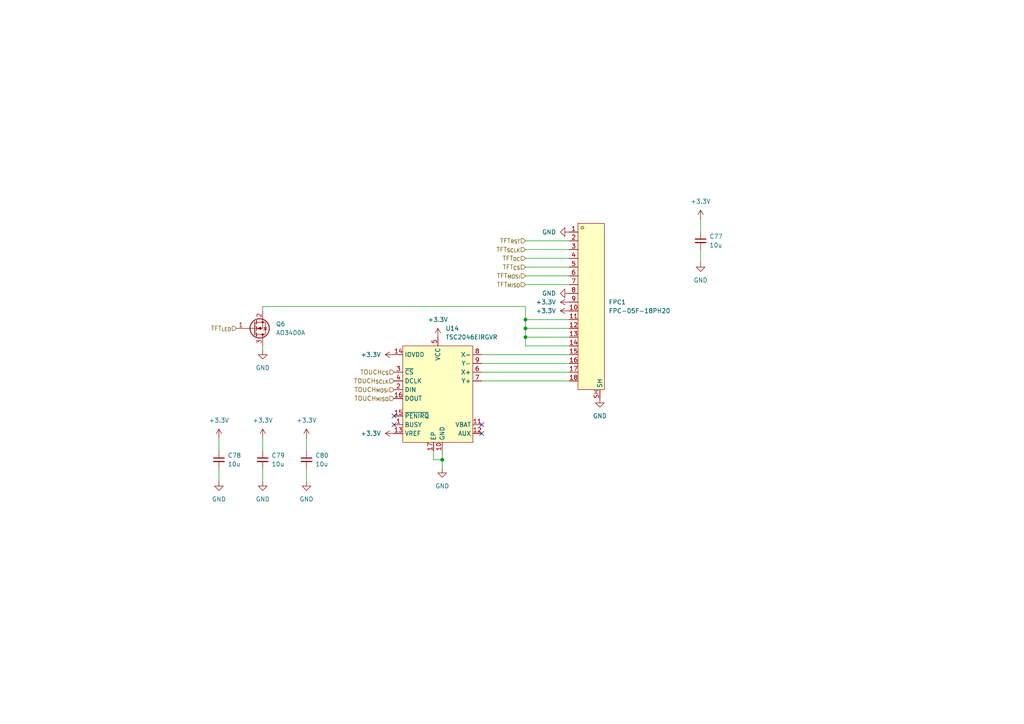
<source format=kicad_sch>
(kicad_sch (version 20231120) (generator "eeschema") (generator_version "8.0")
  (paper "A4")
  (lib_symbols
    (symbol "Device:C_Small" (pin_numbers hide) (pin_names (offset 0.254) hide)
      (property "Reference" "C" (at 0.254 1.778 0))
      (property "Value" "C_Small" (at 0.254 -2.032 0))
      (symbol "C_Small_0_1"
        (polyline (pts (xy -1.524 -0.508) (xy 1.524 -0.508)) (stroke (width 0.3302)))
        (polyline (pts (xy -1.524 0.508) (xy 1.524 0.508)) (stroke (width 0.3048)))
      )
      (symbol "C_Small_1_1"
        (pin passive line (at 0 2.54 270) (length 2.032) (name "~") (number "1"))
        (pin passive line (at 0 -2.54 90) (length 2.032) (name "~") (number "2"))
      )
    )
    (symbol "LCSC:FPC-05F-18PH20"
      (property "Reference" "FPC" (at 0 31.75 0))
      (property "Value" "FPC-05F-18PH20" (at 0 -31.75 0))
      (symbol "FPC-05F-18PH20_0_1"
        (rectangle (start -2.54 24.13) (end 5.08 -24.13) (fill (type background)))
        (circle (center -1.27 22.86) (radius 0.38))
      )
      (symbol "FPC-05F-18PH20_1_1"
        (pin passive line (at -5.08 21.59 0) (length 2.54) (name "") (number "1"))
        (pin passive line (at -5.08 -1.27 0) (length 2.54) (name "") (number "10"))
        (pin passive line (at -5.08 -3.81 0) (length 2.54) (name "") (number "11"))
        (pin passive line (at -5.08 -6.35 0) (length 2.54) (name "") (number "12"))
        (pin passive line (at -5.08 -8.89 0) (length 2.54) (name "") (number "13"))
        (pin passive line (at -5.08 -11.43 0) (length 2.54) (name "") (number "14"))
        (pin passive line (at -5.08 -13.97 0) (length 2.54) (name "") (number "15"))
        (pin passive line (at -5.08 -16.51 0) (length 2.54) (name "") (number "16"))
        (pin passive line (at -5.08 -19.05 0) (length 2.54) (name "") (number "17"))
        (pin passive line (at -5.08 -21.59 0) (length 2.54) (name "") (number "18"))
        (pin passive line (at -5.08 19.05 0) (length 2.54) (name "") (number "2"))
        (pin passive line (at -5.08 16.51 0) (length 2.54) (name "") (number "3"))
        (pin passive line (at -5.08 13.97 0) (length 2.54) (name "") (number "4"))
        (pin passive line (at -5.08 11.43 0) (length 2.54) (name "") (number "5"))
        (pin passive line (at -5.08 8.89 0) (length 2.54) (name "") (number "6"))
        (pin passive line (at -5.08 6.35 0) (length 2.54) (name "") (number "7"))
        (pin passive line (at -5.08 3.81 0) (length 2.54) (name "") (number "8"))
        (pin passive line (at -5.08 1.27 0) (length 2.54) (name "") (number "9"))
        (pin passive line (at 3.81 -26.67 90) (length 2.54) (name "SH") (number "SH"))
      )
    )
    (symbol "LCSC:TSC2046EIRGVR"
      (property "Reference" "U" (at 0 21.59 0))
      (property "Value" "TSC2046EIRGVR" (at 0 -30.48 0))
      (symbol "TSC2046EIRGVR_0_1"
        (rectangle (start -10.16 13.97) (end 10.16 -13.97) (fill (type background)))
      )
      (symbol "TSC2046EIRGVR_1_1"
        (pin output line (at -12.7 -8.89 0) (length 2.54) (name "BUSY") (number "1"))
        (pin power_in line (at 1.27 -16.51 90) (length 2.54) (name "GND") (number "10"))
        (pin input line (at 12.7 -8.89 180) (length 2.54) (name "VBAT") (number "11"))
        (pin input line (at 12.7 -11.43 180) (length 2.54) (name "AUX") (number "12"))
        (pin passive line (at -12.7 -11.43 0) (length 2.54) (name "VREF") (number "13"))
        (pin power_in line (at -12.7 11.43 0) (length 2.54) (name "IOVDD") (number "14"))
        (pin open_collector line (at -12.7 -6.35 0) (length 2.54) (name "~{PENIRQ}") (number "15"))
        (pin tri_state line (at -12.7 -1.27 0) (length 2.54) (name "DOUT") (number "16"))
        (pin passive line (at -1.27 -16.51 90) (length 2.54) (name "EP") (number "17"))
        (pin input line (at -12.7 1.27 0) (length 2.54) (name "DIN") (number "2"))
        (pin input line (at -12.7 6.35 0) (length 2.54) (name "~{CS}") (number "3"))
        (pin input line (at -12.7 3.81 0) (length 2.54) (name "DCLK") (number "4"))
        (pin power_in line (at 0 16.51 270) (length 2.54) (name "VCC") (number "5"))
        (pin input line (at 12.7 6.35 180) (length 2.54) (name "X+") (number "6"))
        (pin input line (at 12.7 3.81 180) (length 2.54) (name "Y+") (number "7"))
        (pin input line (at 12.7 11.43 180) (length 2.54) (name "X-") (number "8"))
        (pin input line (at 12.7 8.89 180) (length 2.54) (name "Y-") (number "9"))
      )
    )
    (symbol "Transistor_FET:AO3400A" (pin_names hide)
      (property "Reference" "Q" (at 5.08 1.905 0))
      (property "Value" "AO3400A" (at 5.08 0 0))
      (symbol "AO3400A_0_1"
        (polyline (pts (xy 0.254 0) (xy -2.54 0)))
        (polyline (pts (xy 0.254 1.905) (xy 0.254 -1.905)) (stroke (width 0.254)))
        (polyline (pts (xy 0.762 -1.27) (xy 0.762 -2.286)) (stroke (width 0.254)))
        (polyline (pts (xy 0.762 0.508) (xy 0.762 -0.508)) (stroke (width 0.254)))
        (polyline (pts (xy 0.762 2.286) (xy 0.762 1.27)) (stroke (width 0.254)))
        (polyline (pts (xy 2.54 2.54) (xy 2.54 1.778)))
        (polyline (pts (xy 2.54 -2.54) (xy 2.54 0) (xy 0.762 0)))
        (polyline (pts (xy 0.762 -1.778) (xy 3.302 -1.778) (xy 3.302 1.778) (xy 0.762 1.778)))
        (polyline (pts (xy 1.016 0) (xy 2.032 0.381) (xy 2.032 -0.381) (xy 1.016 0)) (fill (type outline)))
        (polyline (pts (xy 2.794 0.508) (xy 2.921 0.381) (xy 3.683 0.381) (xy 3.81 0.254)))
        (polyline (pts (xy 3.302 0.381) (xy 2.921 -0.254) (xy 3.683 -0.254) (xy 3.302 0.381)))
        (circle (center 1.651 0) (radius 2.794) (stroke (width 0.254)))
        (circle (center 2.54 -1.778) (radius 0.254) (fill (type outline)))
        (circle (center 2.54 1.778) (radius 0.254) (fill (type outline)))
      )
      (symbol "AO3400A_1_1"
        (pin input line (at -5.08 0 0) (length 2.54) (name "G") (number "1"))
        (pin passive line (at 2.54 -5.08 90) (length 2.54) (name "S") (number "2"))
        (pin passive line (at 2.54 5.08 270) (length 2.54) (name "D") (number "3"))
      )
    )
    (symbol "power:+3.3V" (power) (pin_numbers hide) (pin_names (offset 0) hide)
      (property "Value" "+3.3V" (at 0 3.556 0))
      (symbol "+3.3V_0_1"
        (polyline (pts (xy -0.762 1.27) (xy 0 2.54)))
        (polyline (pts (xy 0 0) (xy 0 2.54)))
        (polyline (pts (xy 0 2.54) (xy 0.762 1.27)))
      )
      (symbol "+3.3V_1_1"
        (pin power_in line (at 0 0 90) (length 0) (name "~") (number "1"))
      )
    )
    (symbol "power:GND" (power) (pin_numbers hide) (pin_names (offset 0) hide)
      (property "Value" "GND" (at 0 -3.81 0))
      (symbol "GND_0_1"
        (polyline (pts (xy 0 0) (xy 0 -1.27) (xy 1.27 -1.27) (xy 0 -2.54) (xy -1.27 -1.27) (xy 0 -1.27)))
      )
      (symbol "GND_1_1"
        (pin power_in line (at 0 0 270) (length 0) (name "~") (number "1"))
      )
    )
  )
  (junction (at 152.4 95.25))
  (junction (at 152.4 92.71))
  (junction (at 152.4 97.79))
  (junction (at 128.27 133.35))
  (no_connect (at 114.3 123.19))
  (no_connect (at 114.3 120.65))
  (no_connect (at 139.7 125.73))
  (no_connect (at 139.7 123.19))
  (wire (pts (xy 165.1 100.33) (xy 152.4 100.33)))
  (wire (pts (xy 152.4 92.71) (xy 152.4 95.25)))
  (wire (pts (xy 76.2 135.89) (xy 76.2 139.7)))
  (wire (pts (xy 152.4 92.71) (xy 165.1 92.71)))
  (wire (pts (xy 128.27 133.35) (xy 128.27 130.81)))
  (wire (pts (xy 152.4 100.33) (xy 152.4 97.79)))
  (wire (pts (xy 203.2 63.5) (xy 203.2 67.31)))
  (wire (pts (xy 152.4 69.85) (xy 165.1 69.85)))
  (wire (pts (xy 139.7 102.87) (xy 165.1 102.87)))
  (wire (pts (xy 88.9 127) (xy 88.9 130.81)))
  (wire (pts (xy 88.9 135.89) (xy 88.9 139.7)))
  (wire (pts (xy 76.2 100.33) (xy 76.2 101.6)))
  (wire (pts (xy 76.2 88.9) (xy 76.2 90.17)))
  (wire (pts (xy 125.73 130.81) (xy 125.73 133.35)))
  (wire (pts (xy 139.7 105.41) (xy 165.1 105.41)))
  (wire (pts (xy 152.4 77.47) (xy 165.1 77.47)))
  (wire (pts (xy 165.1 95.25) (xy 152.4 95.25)))
  (wire (pts (xy 63.5 127) (xy 63.5 130.81)))
  (wire (pts (xy 139.7 107.95) (xy 165.1 107.95)))
  (wire (pts (xy 152.4 97.79) (xy 152.4 95.25)))
  (wire (pts (xy 152.4 88.9) (xy 76.2 88.9)))
  (wire (pts (xy 76.2 127) (xy 76.2 130.81)))
  (wire (pts (xy 203.2 72.39) (xy 203.2 76.2)))
  (wire (pts (xy 128.27 135.89) (xy 128.27 133.35)))
  (wire (pts (xy 165.1 97.79) (xy 152.4 97.79)))
  (wire (pts (xy 63.5 135.89) (xy 63.5 139.7)))
  (wire (pts (xy 152.4 72.39) (xy 165.1 72.39)))
  (wire (pts (xy 139.7 110.49) (xy 165.1 110.49)))
  (wire (pts (xy 152.4 88.9) (xy 152.4 92.71)))
  (wire (pts (xy 152.4 82.55) (xy 165.1 82.55)))
  (wire (pts (xy 152.4 74.93) (xy 165.1 74.93)))
  (wire (pts (xy 152.4 80.01) (xy 165.1 80.01)))
  (wire (pts (xy 125.73 133.35) (xy 128.27 133.35)))
  (hierarchical_label "TFT_{CS}" (shape input) (at 152.4 77.47 180))
  (hierarchical_label "TFT_{RST}" (shape input) (at 152.4 69.85 180))
  (hierarchical_label "TFT_{DC}" (shape input) (at 152.4 74.93 180))
  (hierarchical_label "TOUCH_{MISO}" (shape input) (at 114.3 115.57 180))
  (hierarchical_label "TOUCH_{SCLK}" (shape input) (at 114.3 110.49 180))
  (hierarchical_label "TFT_{MISO}" (shape input) (at 152.4 82.55 180))
  (hierarchical_label "TFT_{LED}" (shape input) (at 68.58 95.25 180))
  (hierarchical_label "TOUCH_{CS}" (shape input) (at 114.3 107.95 180))
  (hierarchical_label "TFT_{MOSI}" (shape input) (at 152.4 80.01 180))
  (hierarchical_label "TOUCH_{MOSI}" (shape input) (at 114.3 113.03 180))
  (hierarchical_label "TFT_{SCLK}" (shape input) (at 152.4 72.39 180))
  (symbol (lib_id "power:+3.3V") (at 76.2 127 0) (unit 1)
    (property "Reference" "#PWR0123" (effects (hide yes)))
    (property "Value" "+3.3V" (at 76.2 121.92 0))
    (property "Description" "Power symbol creates a global label with name \"+3.3V\"" (effects (hide yes)))
  )
  (symbol (lib_id "power:+3.3V") (at 88.9 127 0) (unit 1)
    (property "Reference" "#PWR0124" (effects (hide yes)))
    (property "Value" "+3.3V" (at 88.9 121.92 0))
    (property "Description" "Power symbol creates a global label with name \"+3.3V\"" (effects (hide yes)))
  )
  (symbol (lib_id "Device:C_Small") (at 88.9 133.35 0) (mirror y) (unit 1)
    (property "Reference" "C80" (at 91.44 132.0863 0) (effects (justify right)))
    (property "Value" "10u" (at 91.44 134.6263 0) (effects (justify right)))
    (property "Footprint" "Capacitor_SMD:C_0402_1005Metric" (effects (hide yes)))
    (property "Description" "Unpolarized capacitor, small symbol" (effects (hide yes)))
    (property "LCSC Part" "C15525" (effects (hide yes)))
  )
  (symbol (lib_id "Device:C_Small") (at 63.5 133.35 0) (mirror y) (unit 1)
    (property "Reference" "C78" (at 66.04 132.0863 0) (effects (justify right)))
    (property "Value" "10u" (at 66.04 134.6263 0) (effects (justify right)))
    (property "Footprint" "Capacitor_SMD:C_0402_1005Metric" (effects (hide yes)))
    (property "Description" "Unpolarized capacitor, small symbol" (effects (hide yes)))
    (property "LCSC Part" "C15525" (effects (hide yes)))
  )
  (symbol (lib_id "power:+3.3V") (at 165.1 90.17 90) (unit 1)
    (property "Reference" "#PWR0116" (effects (hide yes)))
    (property "Value" "+3.3V" (at 161.29 90.17 90) (effects (justify left)))
    (property "Description" "Power symbol creates a global label with name \"+3.3V\"" (effects (hide yes)))
  )
  (symbol (lib_id "power:+3.3V") (at 63.5 127 0) (unit 1)
    (property "Reference" "#PWR0122" (effects (hide yes)))
    (property "Value" "+3.3V" (at 63.5 121.92 0))
    (property "Description" "Power symbol creates a global label with name \"+3.3V\"" (effects (hide yes)))
  )
  (symbol (lib_id "power:GND") (at 63.5 139.7 0) (unit 1)
    (property "Reference" "#PWR0126" (effects (hide yes)))
    (property "Value" "GND" (at 63.5 144.78 0))
    (property "Description" "Power symbol creates a global label with name \"GND\" , ground" (effects (hide yes)))
  )
  (symbol (lib_id "power:+3.3V") (at 114.3 102.87 90) (unit 1)
    (property "Reference" "#PWR0119" (effects (hide yes)))
    (property "Value" "+3.3V" (at 110.49 102.87 90) (effects (justify left)))
    (property "Description" "Power symbol creates a global label with name \"+3.3V\"" (effects (hide yes)))
  )
  (symbol (lib_id "power:GND") (at 76.2 101.6 0) (unit 1)
    (property "Reference" "#PWR0118" (effects (hide yes)))
    (property "Value" "GND" (at 76.2 106.68 0))
    (property "Description" "Power symbol creates a global label with name \"GND\" , ground" (effects (hide yes)))
  )
  (symbol (lib_id "Device:C_Small") (at 203.2 69.85 0) (mirror y) (unit 1)
    (property "Reference" "C77" (at 205.74 68.5863 0) (effects (justify right)))
    (property "Value" "10u" (at 205.74 71.1263 0) (effects (justify right)))
    (property "Footprint" "Capacitor_SMD:C_0402_1005Metric" (effects (hide yes)))
    (property "Description" "Unpolarized capacitor, small symbol" (effects (hide yes)))
    (property "LCSC Part" "C15525" (effects (hide yes)))
  )
  (symbol (lib_id "LCSC:TSC2046EIRGVR") (at 127 114.3 0) (unit 1)
    (property "Reference" "U14" (at 129.1941 95.25 0) (effects (justify left)))
    (property "Value" "TSC2046EIRGVR" (at 129.1941 97.79 0) (effects (justify left)))
    (property "Footprint" "LCSC:VQFN-16_L4.0-W4.0-P0.65-TL-EP2.2" (effects (hide yes)))
    (property "Datasheet" "https://lcsc.com/product-detail/Pre-ordered-Chips_Texas-Instruments-Texas-Instruments-TSC2046EIRGVR_C469864.html" (effects (hide yes)))
    (property "LCSC Part" "C469864" (effects (hide yes)))
  )
  (symbol (lib_id "power:GND") (at 173.99 115.57 0) (unit 1)
    (property "Reference" "#PWR0120" (effects (hide yes)))
    (property "Value" "GND" (at 173.99 120.65 0))
    (property "Description" "Power symbol creates a global label with name \"GND\" , ground" (effects (hide yes)))
  )
  (symbol (lib_id "power:GND") (at 165.1 67.31 270) (unit 1)
    (property "Reference" "#PWR0112" (effects (hide yes)))
    (property "Value" "GND" (at 161.29 67.31 90) (effects (justify right)))
    (property "Description" "Power symbol creates a global label with name \"GND\" , ground" (effects (hide yes)))
  )
  (symbol (lib_id "power:GND") (at 88.9 139.7 0) (unit 1)
    (property "Reference" "#PWR0128" (effects (hide yes)))
    (property "Value" "GND" (at 88.9 144.78 0))
    (property "Description" "Power symbol creates a global label with name \"GND\" , ground" (effects (hide yes)))
  )
  (symbol (lib_id "power:GND") (at 203.2 76.2 0) (unit 1)
    (property "Reference" "#PWR0113" (effects (hide yes)))
    (property "Value" "GND" (at 203.2 81.28 0))
    (property "Description" "Power symbol creates a global label with name \"GND\" , ground" (effects (hide yes)))
  )
  (symbol (lib_id "power:GND") (at 76.2 139.7 0) (unit 1)
    (property "Reference" "#PWR0127" (effects (hide yes)))
    (property "Value" "GND" (at 76.2 144.78 0))
    (property "Description" "Power symbol creates a global label with name \"GND\" , ground" (effects (hide yes)))
  )
  (symbol (lib_id "power:+3.3V") (at 165.1 87.63 90) (unit 1)
    (property "Reference" "#PWR0115" (effects (hide yes)))
    (property "Value" "+3.3V" (at 161.29 87.63 90) (effects (justify left)))
    (property "Description" "Power symbol creates a global label with name \"+3.3V\"" (effects (hide yes)))
  )
  (symbol (lib_id "Transistor_FET:AO3400A") (at 73.66 95.25 0) (mirror x) (unit 1)
    (property "Reference" "Q6" (at 80.01 93.98 0) (effects (justify left)))
    (property "Value" "AO3400A" (at 80.01 96.52 0) (effects (justify left)))
    (property "Footprint" "Package_TO_SOT_SMD:SOT-23" (effects (hide yes)))
    (property "Datasheet" "http://www.aosmd.com/pdfs/datasheet/AO3400A.pdf" (effects (hide yes)))
    (property "Description" "30V Vds, 5.7A Id, N-Channel MOSFET, SOT-23" (effects (hide yes)))
    (property "LCSC Part" "C20917" (effects (hide yes)))
  )
  (symbol (lib_id "LCSC:FPC-05F-18PH20") (at 170.18 88.9 0) (unit 1)
    (property "Reference" "FPC1" (at 176.53 87.63 0) (effects (justify left)))
    (property "Value" "FPC-05F-18PH20" (at 176.53 90.17 0) (effects (justify left)))
    (property "Footprint" "LCSC:FPC-SMD_18P-P0.50_FPC-05F-18PH20" (effects (hide yes)))
    (property "LCSC Part" "C2856802" (effects (hide yes)))
  )
  (symbol (lib_id "power:+3.3V") (at 203.2 63.5 0) (unit 1)
    (property "Reference" "#PWR0111" (effects (hide yes)))
    (property "Value" "+3.3V" (at 203.2 58.42 0))
    (property "Description" "Power symbol creates a global label with name \"+3.3V\"" (effects (hide yes)))
  )
  (symbol (lib_id "Device:C_Small") (at 76.2 133.35 0) (mirror y) (unit 1)
    (property "Reference" "C79" (at 78.74 132.0863 0) (effects (justify right)))
    (property "Value" "10u" (at 78.74 134.6263 0) (effects (justify right)))
    (property "Footprint" "Capacitor_SMD:C_0402_1005Metric" (effects (hide yes)))
    (property "Description" "Unpolarized capacitor, small symbol" (effects (hide yes)))
    (property "LCSC Part" "C15525" (effects (hide yes)))
  )
  (symbol (lib_id "power:GND") (at 128.27 135.89 0) (unit 1)
    (property "Reference" "#PWR0125" (effects (hide yes)))
    (property "Value" "GND" (at 128.27 140.97 0))
    (property "Description" "Power symbol creates a global label with name \"GND\" , ground" (effects (hide yes)))
  )
  (symbol (lib_id "power:+3.3V") (at 127 97.79 0) (unit 1)
    (property "Reference" "#PWR0117" (effects (hide yes)))
    (property "Value" "+3.3V" (at 127 92.71 0))
    (property "Description" "Power symbol creates a global label with name \"+3.3V\"" (effects (hide yes)))
  )
  (symbol (lib_id "power:GND") (at 165.1 85.09 270) (unit 1)
    (property "Reference" "#PWR0114" (effects (hide yes)))
    (property "Value" "GND" (at 161.29 85.09 90) (effects (justify right)))
    (property "Description" "Power symbol creates a global label with name \"GND\" , ground" (effects (hide yes)))
  )
  (symbol (lib_id "power:+3.3V") (at 114.3 125.73 90) (unit 1)
    (property "Reference" "#PWR0121" (effects (hide yes)))
    (property "Value" "+3.3V" (at 110.49 125.73 90) (effects (justify left)))
    (property "Description" "Power symbol creates a global label with name \"+3.3V\"" (effects (hide yes)))
  )
)
</source>
